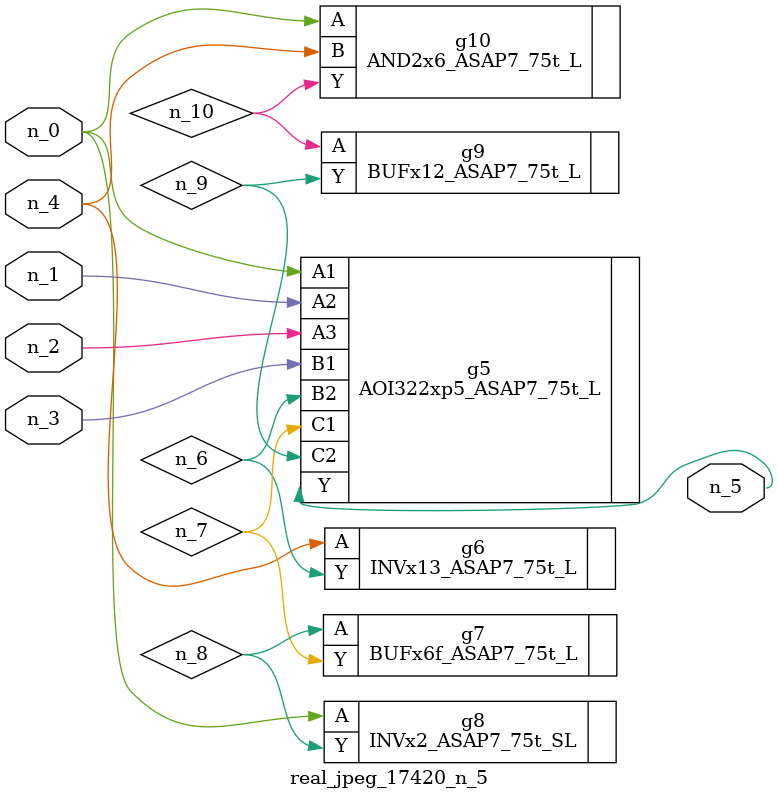
<source format=v>
module real_jpeg_17420_n_5 (n_4, n_0, n_1, n_2, n_3, n_5);

input n_4;
input n_0;
input n_1;
input n_2;
input n_3;

output n_5;

wire n_8;
wire n_6;
wire n_7;
wire n_10;
wire n_9;

AOI322xp5_ASAP7_75t_L g5 ( 
.A1(n_0),
.A2(n_1),
.A3(n_2),
.B1(n_3),
.B2(n_6),
.C1(n_7),
.C2(n_9),
.Y(n_5)
);

INVx2_ASAP7_75t_SL g8 ( 
.A(n_0),
.Y(n_8)
);

AND2x6_ASAP7_75t_L g10 ( 
.A(n_0),
.B(n_4),
.Y(n_10)
);

INVx13_ASAP7_75t_L g6 ( 
.A(n_4),
.Y(n_6)
);

BUFx6f_ASAP7_75t_L g7 ( 
.A(n_8),
.Y(n_7)
);

BUFx12_ASAP7_75t_L g9 ( 
.A(n_10),
.Y(n_9)
);


endmodule
</source>
